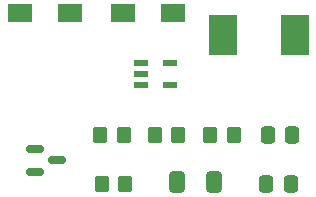
<source format=gtp>
%TF.GenerationSoftware,KiCad,Pcbnew,9.0.1*%
%TF.CreationDate,2025-05-18T00:30:22-05:00*%
%TF.ProjectId,Tiny_Solar_Supply,54696e79-5f53-46f6-9c61-725f53757070,rev?*%
%TF.SameCoordinates,Original*%
%TF.FileFunction,Paste,Top*%
%TF.FilePolarity,Positive*%
%FSLAX46Y46*%
G04 Gerber Fmt 4.6, Leading zero omitted, Abs format (unit mm)*
G04 Created by KiCad (PCBNEW 9.0.1) date 2025-05-18 00:30:22*
%MOMM*%
%LPD*%
G01*
G04 APERTURE LIST*
G04 Aperture macros list*
%AMRoundRect*
0 Rectangle with rounded corners*
0 $1 Rounding radius*
0 $2 $3 $4 $5 $6 $7 $8 $9 X,Y pos of 4 corners*
0 Add a 4 corners polygon primitive as box body*
4,1,4,$2,$3,$4,$5,$6,$7,$8,$9,$2,$3,0*
0 Add four circle primitives for the rounded corners*
1,1,$1+$1,$2,$3*
1,1,$1+$1,$4,$5*
1,1,$1+$1,$6,$7*
1,1,$1+$1,$8,$9*
0 Add four rect primitives between the rounded corners*
20,1,$1+$1,$2,$3,$4,$5,0*
20,1,$1+$1,$4,$5,$6,$7,0*
20,1,$1+$1,$6,$7,$8,$9,0*
20,1,$1+$1,$8,$9,$2,$3,0*%
G04 Aperture macros list end*
%ADD10RoundRect,0.063750X-0.521250X-0.191250X0.521250X-0.191250X0.521250X0.191250X-0.521250X0.191250X0*%
%ADD11RoundRect,0.250000X-0.350000X-0.450000X0.350000X-0.450000X0.350000X0.450000X-0.350000X0.450000X0*%
%ADD12RoundRect,0.250000X0.350000X0.450000X-0.350000X0.450000X-0.350000X-0.450000X0.350000X-0.450000X0*%
%ADD13RoundRect,0.150000X-0.587500X-0.150000X0.587500X-0.150000X0.587500X0.150000X-0.587500X0.150000X0*%
%ADD14R,2.350000X3.500000*%
%ADD15R,2.120000X1.500000*%
%ADD16RoundRect,0.250000X-0.337500X-0.475000X0.337500X-0.475000X0.337500X0.475000X-0.337500X0.475000X0*%
%ADD17RoundRect,0.250000X0.412500X0.650000X-0.412500X0.650000X-0.412500X-0.650000X0.412500X-0.650000X0*%
G04 APERTURE END LIST*
D10*
%TO.C,U1*%
X162919376Y-52569355D03*
X162919376Y-53519355D03*
X162919376Y-54469355D03*
X165419376Y-54469355D03*
X165419376Y-52569355D03*
%TD*%
D11*
%TO.C,R4*%
X159593570Y-62822159D03*
X161593570Y-62822159D03*
%TD*%
D12*
%TO.C,R3*%
X161498563Y-58666023D03*
X159498563Y-58666023D03*
%TD*%
D11*
%TO.C,R2*%
X164105876Y-58666023D03*
X166105876Y-58666023D03*
%TD*%
%TO.C,R1*%
X168818987Y-58666023D03*
X170818987Y-58666023D03*
%TD*%
D13*
%TO.C,Q1*%
X153926515Y-59869442D03*
X153926515Y-61769442D03*
X155801515Y-60819442D03*
%TD*%
D14*
%TO.C,L1*%
X175959954Y-50237420D03*
X169909954Y-50237420D03*
%TD*%
D15*
%TO.C,D2*%
X156925558Y-48369994D03*
X152695558Y-48369994D03*
%TD*%
%TO.C,D1*%
X165638224Y-48369994D03*
X161408224Y-48369994D03*
%TD*%
D16*
%TO.C,C3*%
X173540179Y-62792159D03*
X175615179Y-62792159D03*
%TD*%
D17*
%TO.C,C2*%
X169126213Y-62622159D03*
X166001213Y-62622159D03*
%TD*%
D16*
%TO.C,C1*%
X173675543Y-58666023D03*
X175750543Y-58666023D03*
%TD*%
M02*

</source>
